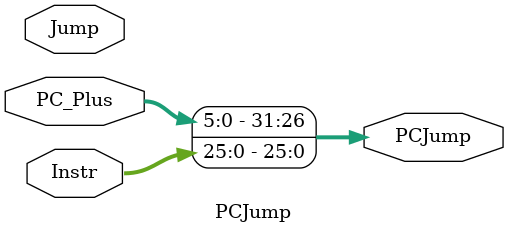
<source format=v>
`timescale 1ns / 1ps
module PCJump (input Jump,
					input [25:0] Instr,
					input [5:0] PC_Plus,
					output [31:0] PCJump);

assign PCJump = {PC_Plus, Instr};

endmodule

</source>
